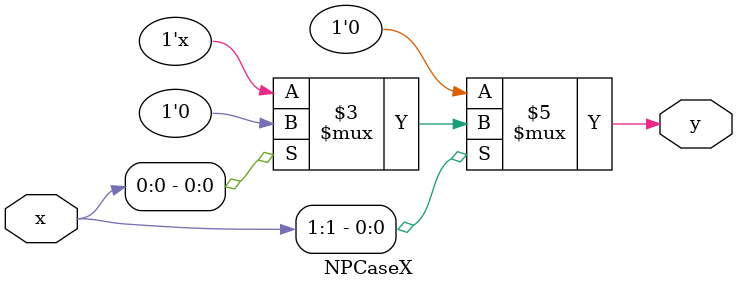
<source format=v>
module NPCaseX (
    input [1:0] x,
    output reg y
);

always @(x) begin 
    casex (x)
        2'b0X: y = 0;
        2'bX1: y = 0; 
    endcase
end
    
endmodule
</source>
